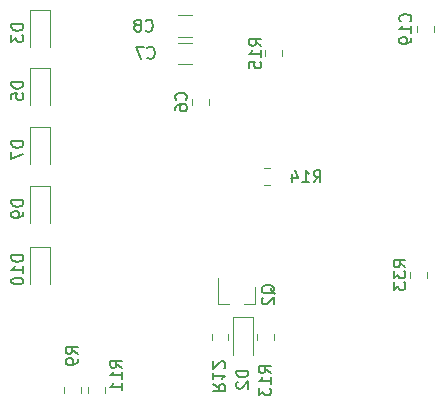
<source format=gbr>
G04 #@! TF.GenerationSoftware,KiCad,Pcbnew,5.1.5-52549c5~84~ubuntu18.04.1*
G04 #@! TF.CreationDate,2020-01-08T12:56:45+02:00*
G04 #@! TF.ProjectId,bq76920,62713736-3932-4302-9e6b-696361645f70,rev?*
G04 #@! TF.SameCoordinates,Original*
G04 #@! TF.FileFunction,Legend,Bot*
G04 #@! TF.FilePolarity,Positive*
%FSLAX46Y46*%
G04 Gerber Fmt 4.6, Leading zero omitted, Abs format (unit mm)*
G04 Created by KiCad (PCBNEW 5.1.5-52549c5~84~ubuntu18.04.1) date 2020-01-08 12:56:45*
%MOMM*%
%LPD*%
G04 APERTURE LIST*
%ADD10C,0.120000*%
%ADD11C,0.150000*%
G04 APERTURE END LIST*
D10*
X73840000Y-26613748D02*
X73840000Y-27136252D01*
X75260000Y-26613748D02*
X75260000Y-27136252D01*
X54790000Y-33336252D02*
X54790000Y-32813748D01*
X56210000Y-33336252D02*
X56210000Y-32813748D01*
X60130000Y-50160000D02*
X59200000Y-50160000D01*
X56970000Y-50160000D02*
X57900000Y-50160000D01*
X56970000Y-50160000D02*
X56970000Y-48000000D01*
X60130000Y-50160000D02*
X60130000Y-48700000D01*
X43940000Y-57686252D02*
X43940000Y-57163748D01*
X45360000Y-57686252D02*
X45360000Y-57163748D01*
X45990000Y-57163748D02*
X45990000Y-57686252D01*
X47410000Y-57163748D02*
X47410000Y-57686252D01*
X57860000Y-53236252D02*
X57860000Y-52713748D01*
X56440000Y-53236252D02*
X56440000Y-52713748D01*
X61710000Y-52713748D02*
X61710000Y-53236252D01*
X60290000Y-52713748D02*
X60290000Y-53236252D01*
X60888748Y-38640000D02*
X61411252Y-38640000D01*
X60888748Y-40060000D02*
X61411252Y-40060000D01*
X62410000Y-29186252D02*
X62410000Y-28663748D01*
X60990000Y-29186252D02*
X60990000Y-28663748D01*
X53610436Y-28040000D02*
X54814564Y-28040000D01*
X53610436Y-29860000D02*
X54814564Y-29860000D01*
X53610436Y-27560000D02*
X54814564Y-27560000D01*
X53610436Y-25740000D02*
X54814564Y-25740000D01*
X58250000Y-51300000D02*
X59950000Y-51300000D01*
X59950000Y-51300000D02*
X59950000Y-54450000D01*
X58250000Y-51300000D02*
X58250000Y-54450000D01*
X41050000Y-25300000D02*
X42750000Y-25300000D01*
X42750000Y-25300000D02*
X42750000Y-28450000D01*
X41050000Y-25300000D02*
X41050000Y-28450000D01*
X41050000Y-30200000D02*
X42750000Y-30200000D01*
X42750000Y-30200000D02*
X42750000Y-33350000D01*
X41050000Y-30200000D02*
X41050000Y-33350000D01*
X41050000Y-35200000D02*
X41050000Y-38350000D01*
X42750000Y-35200000D02*
X42750000Y-38350000D01*
X41050000Y-35200000D02*
X42750000Y-35200000D01*
X41050000Y-40200000D02*
X42750000Y-40200000D01*
X42750000Y-40200000D02*
X42750000Y-43350000D01*
X41050000Y-40200000D02*
X41050000Y-43350000D01*
X41050000Y-45350000D02*
X42750000Y-45350000D01*
X42750000Y-45350000D02*
X42750000Y-48500000D01*
X41050000Y-45350000D02*
X41050000Y-48500000D01*
X74660000Y-47986252D02*
X74660000Y-47463748D01*
X73240000Y-47986252D02*
X73240000Y-47463748D01*
D11*
X73257142Y-26232142D02*
X73304761Y-26184523D01*
X73352380Y-26041666D01*
X73352380Y-25946428D01*
X73304761Y-25803571D01*
X73209523Y-25708333D01*
X73114285Y-25660714D01*
X72923809Y-25613095D01*
X72780952Y-25613095D01*
X72590476Y-25660714D01*
X72495238Y-25708333D01*
X72400000Y-25803571D01*
X72352380Y-25946428D01*
X72352380Y-26041666D01*
X72400000Y-26184523D01*
X72447619Y-26232142D01*
X73352380Y-27184523D02*
X73352380Y-26613095D01*
X73352380Y-26898809D02*
X72352380Y-26898809D01*
X72495238Y-26803571D01*
X72590476Y-26708333D01*
X72638095Y-26613095D01*
X73352380Y-27660714D02*
X73352380Y-27851190D01*
X73304761Y-27946428D01*
X73257142Y-27994047D01*
X73114285Y-28089285D01*
X72923809Y-28136904D01*
X72542857Y-28136904D01*
X72447619Y-28089285D01*
X72400000Y-28041666D01*
X72352380Y-27946428D01*
X72352380Y-27755952D01*
X72400000Y-27660714D01*
X72447619Y-27613095D01*
X72542857Y-27565476D01*
X72780952Y-27565476D01*
X72876190Y-27613095D01*
X72923809Y-27660714D01*
X72971428Y-27755952D01*
X72971428Y-27946428D01*
X72923809Y-28041666D01*
X72876190Y-28089285D01*
X72780952Y-28136904D01*
X54257142Y-32883333D02*
X54304761Y-32835714D01*
X54352380Y-32692857D01*
X54352380Y-32597619D01*
X54304761Y-32454761D01*
X54209523Y-32359523D01*
X54114285Y-32311904D01*
X53923809Y-32264285D01*
X53780952Y-32264285D01*
X53590476Y-32311904D01*
X53495238Y-32359523D01*
X53400000Y-32454761D01*
X53352380Y-32597619D01*
X53352380Y-32692857D01*
X53400000Y-32835714D01*
X53447619Y-32883333D01*
X53352380Y-33740476D02*
X53352380Y-33550000D01*
X53400000Y-33454761D01*
X53447619Y-33407142D01*
X53590476Y-33311904D01*
X53780952Y-33264285D01*
X54161904Y-33264285D01*
X54257142Y-33311904D01*
X54304761Y-33359523D01*
X54352380Y-33454761D01*
X54352380Y-33645238D01*
X54304761Y-33740476D01*
X54257142Y-33788095D01*
X54161904Y-33835714D01*
X53923809Y-33835714D01*
X53828571Y-33788095D01*
X53780952Y-33740476D01*
X53733333Y-33645238D01*
X53733333Y-33454761D01*
X53780952Y-33359523D01*
X53828571Y-33311904D01*
X53923809Y-33264285D01*
X61797619Y-49304761D02*
X61750000Y-49209523D01*
X61654761Y-49114285D01*
X61511904Y-48971428D01*
X61464285Y-48876190D01*
X61464285Y-48780952D01*
X61702380Y-48828571D02*
X61654761Y-48733333D01*
X61559523Y-48638095D01*
X61369047Y-48590476D01*
X61035714Y-48590476D01*
X60845238Y-48638095D01*
X60750000Y-48733333D01*
X60702380Y-48828571D01*
X60702380Y-49019047D01*
X60750000Y-49114285D01*
X60845238Y-49209523D01*
X61035714Y-49257142D01*
X61369047Y-49257142D01*
X61559523Y-49209523D01*
X61654761Y-49114285D01*
X61702380Y-49019047D01*
X61702380Y-48828571D01*
X60797619Y-49638095D02*
X60750000Y-49685714D01*
X60702380Y-49780952D01*
X60702380Y-50019047D01*
X60750000Y-50114285D01*
X60797619Y-50161904D01*
X60892857Y-50209523D01*
X60988095Y-50209523D01*
X61130952Y-50161904D01*
X61702380Y-49590476D01*
X61702380Y-50209523D01*
X45102380Y-54383333D02*
X44626190Y-54050000D01*
X45102380Y-53811904D02*
X44102380Y-53811904D01*
X44102380Y-54192857D01*
X44150000Y-54288095D01*
X44197619Y-54335714D01*
X44292857Y-54383333D01*
X44435714Y-54383333D01*
X44530952Y-54335714D01*
X44578571Y-54288095D01*
X44626190Y-54192857D01*
X44626190Y-53811904D01*
X45102380Y-54859523D02*
X45102380Y-55050000D01*
X45054761Y-55145238D01*
X45007142Y-55192857D01*
X44864285Y-55288095D01*
X44673809Y-55335714D01*
X44292857Y-55335714D01*
X44197619Y-55288095D01*
X44150000Y-55240476D01*
X44102380Y-55145238D01*
X44102380Y-54954761D01*
X44150000Y-54859523D01*
X44197619Y-54811904D01*
X44292857Y-54764285D01*
X44530952Y-54764285D01*
X44626190Y-54811904D01*
X44673809Y-54859523D01*
X44721428Y-54954761D01*
X44721428Y-55145238D01*
X44673809Y-55240476D01*
X44626190Y-55288095D01*
X44530952Y-55335714D01*
X48852380Y-55557142D02*
X48376190Y-55223809D01*
X48852380Y-54985714D02*
X47852380Y-54985714D01*
X47852380Y-55366666D01*
X47900000Y-55461904D01*
X47947619Y-55509523D01*
X48042857Y-55557142D01*
X48185714Y-55557142D01*
X48280952Y-55509523D01*
X48328571Y-55461904D01*
X48376190Y-55366666D01*
X48376190Y-54985714D01*
X48852380Y-56509523D02*
X48852380Y-55938095D01*
X48852380Y-56223809D02*
X47852380Y-56223809D01*
X47995238Y-56128571D01*
X48090476Y-56033333D01*
X48138095Y-55938095D01*
X48852380Y-57461904D02*
X48852380Y-56890476D01*
X48852380Y-57176190D02*
X47852380Y-57176190D01*
X47995238Y-57080952D01*
X48090476Y-56985714D01*
X48138095Y-56890476D01*
X56597619Y-56942857D02*
X57073809Y-57276190D01*
X56597619Y-57514285D02*
X57597619Y-57514285D01*
X57597619Y-57133333D01*
X57550000Y-57038095D01*
X57502380Y-56990476D01*
X57407142Y-56942857D01*
X57264285Y-56942857D01*
X57169047Y-56990476D01*
X57121428Y-57038095D01*
X57073809Y-57133333D01*
X57073809Y-57514285D01*
X56597619Y-55990476D02*
X56597619Y-56561904D01*
X56597619Y-56276190D02*
X57597619Y-56276190D01*
X57454761Y-56371428D01*
X57359523Y-56466666D01*
X57311904Y-56561904D01*
X57502380Y-55609523D02*
X57550000Y-55561904D01*
X57597619Y-55466666D01*
X57597619Y-55228571D01*
X57550000Y-55133333D01*
X57502380Y-55085714D01*
X57407142Y-55038095D01*
X57311904Y-55038095D01*
X57169047Y-55085714D01*
X56597619Y-55657142D01*
X56597619Y-55038095D01*
X61452380Y-56007142D02*
X60976190Y-55673809D01*
X61452380Y-55435714D02*
X60452380Y-55435714D01*
X60452380Y-55816666D01*
X60500000Y-55911904D01*
X60547619Y-55959523D01*
X60642857Y-56007142D01*
X60785714Y-56007142D01*
X60880952Y-55959523D01*
X60928571Y-55911904D01*
X60976190Y-55816666D01*
X60976190Y-55435714D01*
X61452380Y-56959523D02*
X61452380Y-56388095D01*
X61452380Y-56673809D02*
X60452380Y-56673809D01*
X60595238Y-56578571D01*
X60690476Y-56483333D01*
X60738095Y-56388095D01*
X60452380Y-57292857D02*
X60452380Y-57911904D01*
X60833333Y-57578571D01*
X60833333Y-57721428D01*
X60880952Y-57816666D01*
X60928571Y-57864285D01*
X61023809Y-57911904D01*
X61261904Y-57911904D01*
X61357142Y-57864285D01*
X61404761Y-57816666D01*
X61452380Y-57721428D01*
X61452380Y-57435714D01*
X61404761Y-57340476D01*
X61357142Y-57292857D01*
X65092857Y-39852380D02*
X65426190Y-39376190D01*
X65664285Y-39852380D02*
X65664285Y-38852380D01*
X65283333Y-38852380D01*
X65188095Y-38900000D01*
X65140476Y-38947619D01*
X65092857Y-39042857D01*
X65092857Y-39185714D01*
X65140476Y-39280952D01*
X65188095Y-39328571D01*
X65283333Y-39376190D01*
X65664285Y-39376190D01*
X64140476Y-39852380D02*
X64711904Y-39852380D01*
X64426190Y-39852380D02*
X64426190Y-38852380D01*
X64521428Y-38995238D01*
X64616666Y-39090476D01*
X64711904Y-39138095D01*
X63283333Y-39185714D02*
X63283333Y-39852380D01*
X63521428Y-38804761D02*
X63759523Y-39519047D01*
X63140476Y-39519047D01*
X60652380Y-28307142D02*
X60176190Y-27973809D01*
X60652380Y-27735714D02*
X59652380Y-27735714D01*
X59652380Y-28116666D01*
X59700000Y-28211904D01*
X59747619Y-28259523D01*
X59842857Y-28307142D01*
X59985714Y-28307142D01*
X60080952Y-28259523D01*
X60128571Y-28211904D01*
X60176190Y-28116666D01*
X60176190Y-27735714D01*
X60652380Y-29259523D02*
X60652380Y-28688095D01*
X60652380Y-28973809D02*
X59652380Y-28973809D01*
X59795238Y-28878571D01*
X59890476Y-28783333D01*
X59938095Y-28688095D01*
X59652380Y-30164285D02*
X59652380Y-29688095D01*
X60128571Y-29640476D01*
X60080952Y-29688095D01*
X60033333Y-29783333D01*
X60033333Y-30021428D01*
X60080952Y-30116666D01*
X60128571Y-30164285D01*
X60223809Y-30211904D01*
X60461904Y-30211904D01*
X60557142Y-30164285D01*
X60604761Y-30116666D01*
X60652380Y-30021428D01*
X60652380Y-29783333D01*
X60604761Y-29688095D01*
X60557142Y-29640476D01*
X51016666Y-29307142D02*
X51064285Y-29354761D01*
X51207142Y-29402380D01*
X51302380Y-29402380D01*
X51445238Y-29354761D01*
X51540476Y-29259523D01*
X51588095Y-29164285D01*
X51635714Y-28973809D01*
X51635714Y-28830952D01*
X51588095Y-28640476D01*
X51540476Y-28545238D01*
X51445238Y-28450000D01*
X51302380Y-28402380D01*
X51207142Y-28402380D01*
X51064285Y-28450000D01*
X51016666Y-28497619D01*
X50683333Y-28402380D02*
X50016666Y-28402380D01*
X50445238Y-29402380D01*
X50866666Y-27007142D02*
X50914285Y-27054761D01*
X51057142Y-27102380D01*
X51152380Y-27102380D01*
X51295238Y-27054761D01*
X51390476Y-26959523D01*
X51438095Y-26864285D01*
X51485714Y-26673809D01*
X51485714Y-26530952D01*
X51438095Y-26340476D01*
X51390476Y-26245238D01*
X51295238Y-26150000D01*
X51152380Y-26102380D01*
X51057142Y-26102380D01*
X50914285Y-26150000D01*
X50866666Y-26197619D01*
X50295238Y-26530952D02*
X50390476Y-26483333D01*
X50438095Y-26435714D01*
X50485714Y-26340476D01*
X50485714Y-26292857D01*
X50438095Y-26197619D01*
X50390476Y-26150000D01*
X50295238Y-26102380D01*
X50104761Y-26102380D01*
X50009523Y-26150000D01*
X49961904Y-26197619D01*
X49914285Y-26292857D01*
X49914285Y-26340476D01*
X49961904Y-26435714D01*
X50009523Y-26483333D01*
X50104761Y-26530952D01*
X50295238Y-26530952D01*
X50390476Y-26578571D01*
X50438095Y-26626190D01*
X50485714Y-26721428D01*
X50485714Y-26911904D01*
X50438095Y-27007142D01*
X50390476Y-27054761D01*
X50295238Y-27102380D01*
X50104761Y-27102380D01*
X50009523Y-27054761D01*
X49961904Y-27007142D01*
X49914285Y-26911904D01*
X49914285Y-26721428D01*
X49961904Y-26626190D01*
X50009523Y-26578571D01*
X50104761Y-26530952D01*
X59552380Y-55811904D02*
X58552380Y-55811904D01*
X58552380Y-56050000D01*
X58600000Y-56192857D01*
X58695238Y-56288095D01*
X58790476Y-56335714D01*
X58980952Y-56383333D01*
X59123809Y-56383333D01*
X59314285Y-56335714D01*
X59409523Y-56288095D01*
X59504761Y-56192857D01*
X59552380Y-56050000D01*
X59552380Y-55811904D01*
X58647619Y-56764285D02*
X58600000Y-56811904D01*
X58552380Y-56907142D01*
X58552380Y-57145238D01*
X58600000Y-57240476D01*
X58647619Y-57288095D01*
X58742857Y-57335714D01*
X58838095Y-57335714D01*
X58980952Y-57288095D01*
X59552380Y-56716666D01*
X59552380Y-57335714D01*
X40502380Y-26461904D02*
X39502380Y-26461904D01*
X39502380Y-26700000D01*
X39550000Y-26842857D01*
X39645238Y-26938095D01*
X39740476Y-26985714D01*
X39930952Y-27033333D01*
X40073809Y-27033333D01*
X40264285Y-26985714D01*
X40359523Y-26938095D01*
X40454761Y-26842857D01*
X40502380Y-26700000D01*
X40502380Y-26461904D01*
X39502380Y-27366666D02*
X39502380Y-27985714D01*
X39883333Y-27652380D01*
X39883333Y-27795238D01*
X39930952Y-27890476D01*
X39978571Y-27938095D01*
X40073809Y-27985714D01*
X40311904Y-27985714D01*
X40407142Y-27938095D01*
X40454761Y-27890476D01*
X40502380Y-27795238D01*
X40502380Y-27509523D01*
X40454761Y-27414285D01*
X40407142Y-27366666D01*
X40502380Y-31361904D02*
X39502380Y-31361904D01*
X39502380Y-31600000D01*
X39550000Y-31742857D01*
X39645238Y-31838095D01*
X39740476Y-31885714D01*
X39930952Y-31933333D01*
X40073809Y-31933333D01*
X40264285Y-31885714D01*
X40359523Y-31838095D01*
X40454761Y-31742857D01*
X40502380Y-31600000D01*
X40502380Y-31361904D01*
X39502380Y-32838095D02*
X39502380Y-32361904D01*
X39978571Y-32314285D01*
X39930952Y-32361904D01*
X39883333Y-32457142D01*
X39883333Y-32695238D01*
X39930952Y-32790476D01*
X39978571Y-32838095D01*
X40073809Y-32885714D01*
X40311904Y-32885714D01*
X40407142Y-32838095D01*
X40454761Y-32790476D01*
X40502380Y-32695238D01*
X40502380Y-32457142D01*
X40454761Y-32361904D01*
X40407142Y-32314285D01*
X40502380Y-36361904D02*
X39502380Y-36361904D01*
X39502380Y-36600000D01*
X39550000Y-36742857D01*
X39645238Y-36838095D01*
X39740476Y-36885714D01*
X39930952Y-36933333D01*
X40073809Y-36933333D01*
X40264285Y-36885714D01*
X40359523Y-36838095D01*
X40454761Y-36742857D01*
X40502380Y-36600000D01*
X40502380Y-36361904D01*
X39502380Y-37266666D02*
X39502380Y-37933333D01*
X40502380Y-37504761D01*
X40502380Y-41361904D02*
X39502380Y-41361904D01*
X39502380Y-41600000D01*
X39550000Y-41742857D01*
X39645238Y-41838095D01*
X39740476Y-41885714D01*
X39930952Y-41933333D01*
X40073809Y-41933333D01*
X40264285Y-41885714D01*
X40359523Y-41838095D01*
X40454761Y-41742857D01*
X40502380Y-41600000D01*
X40502380Y-41361904D01*
X40502380Y-42409523D02*
X40502380Y-42600000D01*
X40454761Y-42695238D01*
X40407142Y-42742857D01*
X40264285Y-42838095D01*
X40073809Y-42885714D01*
X39692857Y-42885714D01*
X39597619Y-42838095D01*
X39550000Y-42790476D01*
X39502380Y-42695238D01*
X39502380Y-42504761D01*
X39550000Y-42409523D01*
X39597619Y-42361904D01*
X39692857Y-42314285D01*
X39930952Y-42314285D01*
X40026190Y-42361904D01*
X40073809Y-42409523D01*
X40121428Y-42504761D01*
X40121428Y-42695238D01*
X40073809Y-42790476D01*
X40026190Y-42838095D01*
X39930952Y-42885714D01*
X40502380Y-46035714D02*
X39502380Y-46035714D01*
X39502380Y-46273809D01*
X39550000Y-46416666D01*
X39645238Y-46511904D01*
X39740476Y-46559523D01*
X39930952Y-46607142D01*
X40073809Y-46607142D01*
X40264285Y-46559523D01*
X40359523Y-46511904D01*
X40454761Y-46416666D01*
X40502380Y-46273809D01*
X40502380Y-46035714D01*
X40502380Y-47559523D02*
X40502380Y-46988095D01*
X40502380Y-47273809D02*
X39502380Y-47273809D01*
X39645238Y-47178571D01*
X39740476Y-47083333D01*
X39788095Y-46988095D01*
X39502380Y-48178571D02*
X39502380Y-48273809D01*
X39550000Y-48369047D01*
X39597619Y-48416666D01*
X39692857Y-48464285D01*
X39883333Y-48511904D01*
X40121428Y-48511904D01*
X40311904Y-48464285D01*
X40407142Y-48416666D01*
X40454761Y-48369047D01*
X40502380Y-48273809D01*
X40502380Y-48178571D01*
X40454761Y-48083333D01*
X40407142Y-48035714D01*
X40311904Y-47988095D01*
X40121428Y-47940476D01*
X39883333Y-47940476D01*
X39692857Y-47988095D01*
X39597619Y-48035714D01*
X39550000Y-48083333D01*
X39502380Y-48178571D01*
X72852380Y-47057142D02*
X72376190Y-46723809D01*
X72852380Y-46485714D02*
X71852380Y-46485714D01*
X71852380Y-46866666D01*
X71900000Y-46961904D01*
X71947619Y-47009523D01*
X72042857Y-47057142D01*
X72185714Y-47057142D01*
X72280952Y-47009523D01*
X72328571Y-46961904D01*
X72376190Y-46866666D01*
X72376190Y-46485714D01*
X71852380Y-47390476D02*
X71852380Y-48009523D01*
X72233333Y-47676190D01*
X72233333Y-47819047D01*
X72280952Y-47914285D01*
X72328571Y-47961904D01*
X72423809Y-48009523D01*
X72661904Y-48009523D01*
X72757142Y-47961904D01*
X72804761Y-47914285D01*
X72852380Y-47819047D01*
X72852380Y-47533333D01*
X72804761Y-47438095D01*
X72757142Y-47390476D01*
X71852380Y-48342857D02*
X71852380Y-48961904D01*
X72233333Y-48628571D01*
X72233333Y-48771428D01*
X72280952Y-48866666D01*
X72328571Y-48914285D01*
X72423809Y-48961904D01*
X72661904Y-48961904D01*
X72757142Y-48914285D01*
X72804761Y-48866666D01*
X72852380Y-48771428D01*
X72852380Y-48485714D01*
X72804761Y-48390476D01*
X72757142Y-48342857D01*
M02*

</source>
